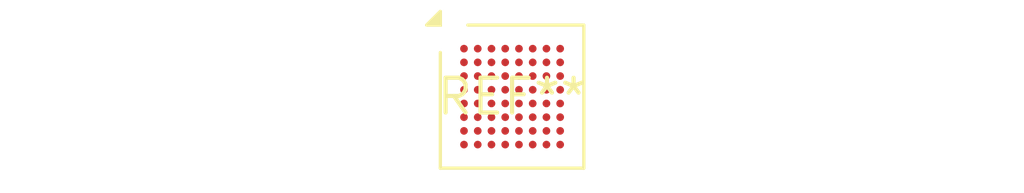
<source format=kicad_pcb>
(kicad_pcb (version 20240108) (generator pcbnew)
  (layers (0 "F.Cu" signal) (31 "B.Cu" signal) (34 "B.Paste" user) (35 "F.Paste" user) (36 "B.SilkS" user "B.Silkscreen") (37 "F.SilkS" user "F.Silkscreen") (38 "B.Mask" user) (39 "F.Mask" user) (44 "Edge.Cuts" user))
  (net 0 "")
  (footprint "UFBGA-64_5x5mm_Layout8x8_P0.5mm" (layer "F.Cu") (at 0 0)
    (property "Reference" "REF**")
    (property "Value" "UFBGA-64_5x5mm_Layout8x8_P0.5mm")
    (fp_line (start -2.61 2.61) (end -2.61 -1.61) (layer "F.SilkS") (stroke (width 0.12)))
    (fp_line (start -1.61 -2.61) (end 2.61 -2.61) (layer "F.SilkS") (stroke (width 0.12)))
    (fp_line (start 2.61 -2.61) (end 2.61 2.61) (layer "F.SilkS") (stroke (width 0.12)))
    (fp_line (start 2.61 2.61) (end -2.61 2.61) (layer "F.SilkS") (stroke (width 0.12)))
    (fp_poly (pts (xy -2.61 -2.61) (xy -3.11 -2.61) (xy -2.61 -3.11) (xy -2.61 -2.61)) (layer "F.SilkS") (stroke (width 0.12)) (fill solid))
    (pad "A1" smd circle (at -1.75 -1.75) (size 0.28 0.28) (property pad_prop_bga) (layers "F.Cu" "F.Paste" "F.Mask"))
    (pad "A2" smd circle (at -1.25 -1.75) (size 0.28 0.28) (property pad_prop_bga) (layers "F.Cu" "F.Paste" "F.Mask"))
    (pad "A3" smd circle (at -0.75 -1.75) (size 0.28 0.28) (property pad_prop_bga) (layers "F.Cu" "F.Paste" "F.Mask"))
    (pad "A4" smd circle (at -0.25 -1.75) (size 0.28 0.28) (property pad_prop_bga) (layers "F.Cu" "F.Paste" "F.Mask"))
    (pad "A5" smd circle (at 0.25 -1.75) (size 0.28 0.28) (property pad_prop_bga) (layers "F.Cu" "F.Paste" "F.Mask"))
    (pad "A6" smd circle (at 0.75 -1.75) (size 0.28 0.28) (property pad_prop_bga) (layers "F.Cu" "F.Paste" "F.Mask"))
    (pad "A7" smd circle (at 1.25 -1.75) (size 0.28 0.28) (property pad_prop_bga) (layers "F.Cu" "F.Paste" "F.Mask"))
    (pad "A8" smd circle (at 1.75 -1.75) (size 0.28 0.28) (property pad_prop_bga) (layers "F.Cu" "F.Paste" "F.Mask"))
    (pad "B1" smd circle (at -1.75 -1.25) (size 0.28 0.28) (property pad_prop_bga) (layers "F.Cu" "F.Paste" "F.Mask"))
    (pad "B2" smd circle (at -1.25 -1.25) (size 0.28 0.28) (property pad_prop_bga) (layers "F.Cu" "F.Paste" "F.Mask"))
    (pad "B3" smd circle (at -0.75 -1.25) (size 0.28 0.28) (property pad_prop_bga) (layers "F.Cu" "F.Paste" "F.Mask"))
    (pad "B4" smd circle (at -0.25 -1.25) (size 0.28 0.28) (property pad_prop_bga) (layers "F.Cu" "F.Paste" "F.Mask"))
    (pad "B5" smd circle (at 0.25 -1.25) (size 0.28 0.28) (property pad_prop_bga) (layers "F.Cu" "F.Paste" "F.Mask"))
    (pad "B6" smd circle (at 0.75 -1.25) (size 0.28 0.28) (property pad_prop_bga) (layers "F.Cu" "F.Paste" "F.Mask"))
    (pad "B7" smd circle (at 1.25 -1.25) (size 0.28 0.28) (property pad_prop_bga) (layers "F.Cu" "F.Paste" "F.Mask"))
    (pad "B8" smd circle (at 1.75 -1.25) (size 0.28 0.28) (property pad_prop_bga) (layers "F.Cu" "F.Paste" "F.Mask"))
    (pad "C1" smd circle (at -1.75 -0.75) (size 0.28 0.28) (property pad_prop_bga) (layers "F.Cu" "F.Paste" "F.Mask"))
    (pad "C2" smd circle (at -1.25 -0.75) (size 0.28 0.28) (property pad_prop_bga) (layers "F.Cu" "F.Paste" "F.Mask"))
    (pad "C3" smd circle (at -0.75 -0.75) (size 0.28 0.28) (property pad_prop_bga) (layers "F.Cu" "F.Paste" "F.Mask"))
    (pad "C4" smd circle (at -0.25 -0.75) (size 0.28 0.28) (property pad_prop_bga) (layers "F.Cu" "F.Paste" "F.Mask"))
    (pad "C5" smd circle (at 0.25 -0.75) (size 0.28 0.28) (property pad_prop_bga) (layers "F.Cu" "F.Paste" "F.Mask"))
    (pad "C6" smd circle (at 0.75 -0.75) (size 0.28 0.28) (property pad_prop_bga) (layers "F.Cu" "F.Paste" "F.Mask"))
    (pad "C7" smd circle (at 1.25 -0.75) (size 0.28 0.28) (property pad_prop_bga) (layers "F.Cu" "F.Paste" "F.Mask"))
    (pad "C8" smd circle (at 1.75 -0.75) (size 0.28 0.28) (property pad_prop_bga) (layers "F.Cu" "F.Paste" "F.Mask"))
    (pad "D1" smd circle (at -1.75 -0.25) (size 0.28 0.28) (property pad_prop_bga) (layers "F.Cu" "F.Paste" "F.Mask"))
    (pad "D2" smd circle (at -1.25 -0.25) (size 0.28 0.28) (property pad_prop_bga) (layers "F.Cu" "F.Paste" "F.Mask"))
    (pad "D3" smd circle (at -0.75 -0.25) (size 0.28 0.28) (property pad_prop_bga) (layers "F.Cu" "F.Paste" "F.Mask"))
    (pad "D4" smd circle (at -0.25 -0.25) (size 0.28 0.28) (property pad_prop_bga) (layers "F.Cu" "F.Paste" "F.Mask"))
    (pad "D5" smd circle (at 0.25 -0.25) (size 0.28 0.28) (property pad_prop_bga) (layers "F.Cu" "F.Paste" "F.Mask"))
    (pad "D6" smd circle (at 0.75 -0.25) (size 0.28 0.28) (property pad_prop_bga) (layers "F.Cu" "F.Paste" "F.Mask"))
    (pad "D7" smd circle (at 1.25 -0.25) (size 0.28 0.28) (property pad_prop_bga) (layers "F.Cu" "F.Paste" "F.Mask"))
    (pad "D8" smd circle (at 1.75 -0.25) (size 0.28 0.28) (property pad_prop_bga) (layers "F.Cu" "F.Paste" "F.Mask"))
    (pad "E1" smd circle (at -1.75 0.25) (size 0.28 0.28) (property pad_prop_bga) (layers "F.Cu" "F.Paste" "F.Mask"))
    (pad "E2" smd circle (at -1.25 0.25) (size 0.28 0.28) (property pad_prop_bga) (layers "F.Cu" "F.Paste" "F.Mask"))
    (pad "E3" smd circle (at -0.75 0.25) (size 0.28 0.28) (property pad_prop_bga) (layers "F.Cu" "F.Paste" "F.Mask"))
    (pad "E4" smd circle (at -0.25 0.25) (size 0.28 0.28) (property pad_prop_bga) (layers "F.Cu" "F.Paste" "F.Mask"))
    (pad "E5" smd circle (at 0.25 0.25) (size 0.28 0.28) (property pad_prop_bga) (layers "F.Cu" "F.Paste" "F.Mask"))
    (pad "E6" smd circle (at 0.75 0.25) (size 0.28 0.28) (property pad_prop_bga) (layers "F.Cu" "F.Paste" "F.Mask"))
    (pad "E7" smd circle (at 1.25 0.25) (size 0.28 0.28) (property pad_prop_bga) (layers "F.Cu" "F.Paste" "F.Mask"))
    (pad "E8" smd circle (at 1.75 0.25) (size 0.28 0.28) (property pad_prop_bga) (layers "F.Cu" "F.Paste" "F.Mask"))
    (pad "F1" smd circle (at -1.75 0.75) (size 0.28 0.28) (property pad_prop_bga) (layers "F.Cu" "F.Paste" "F.Mask"))
    (pad "F2" smd circle (at -1.25 0.75) (size 0.28 0.28) (property pad_prop_bga) (layers "F.Cu" "F.Paste" "F.Mask"))
    (pad "F3" smd circle (at -0.75 0.75) (size 0.28 0.28) (property pad_prop_bga) (layers "F.Cu" "F.Paste" "F.Mask"))
    (pad "F4" smd circle (at -0.25 0.75) (size 0.28 0.28) (property pad_prop_bga) (layers "F.Cu" "F.Paste" "F.Mask"))
    (pad "F5" smd circle (at 0.25 0.75) (size 0.28 0.28) (property pad_prop_bga) (layers "F.Cu" "F.Paste" "F.Mask"))
    (pad "F6" smd circle (at 0.75 0.75) (size 0.28 0.28) (property pad_prop_bga) (layers "F.Cu" "F.Paste" "F.Mask"))
    (pad "F7" smd circle (at 1.25 0.75) (size 0.28 0.28) (property pad_prop_bga) (layers "F.Cu" "F.Paste" "F.Mask"))
    (pad "F8" smd circle (at 1.75 0.75) (size 0.28 0.28) (property pad_prop_bga) (layers "F.Cu" "F.Paste" "F.Mask"))
    (pad "G1" smd circle (at -1.75 1.25) (size 0.28 0.28) (property pad_prop_bga) (layers "F.Cu" "F.Paste" "F.Mask"))
    (pad "G2" smd circle (at -1.25 1.25) (size 0.28 0.28) (property pad_prop_bga) (layers "F.Cu" "F.Paste" "F.Mask"))
    (pad "G3" smd circle (at -0.75 1.25) (size 0.28 0.28) (property pad_prop_bga) (layers "F.Cu" "F.Paste" "F.Mask"))
    (pad "G4" smd circle (at -0.25 1.25) (size 0.28 0.28) (property pad_prop_bga) (layers "F.Cu" "F.Paste" "F.Mask"))
    (pad "G5" smd circle (at 0.25 1.25) (size 0.28 0.28) (property pad_prop_bga) (layers "F.Cu" "F.Paste" "F.Mask"))
    (pad "G6" smd circle (at 0.75 1.25) (size 0.28 0.28) (property pad_prop_bga) (layers "F.Cu" "F.Paste" "F.Mask"))
    (pad "G7" smd circle (at 1.25 1.25) (size 0.28 0.28) (property pad_prop_bga) (layers "F.Cu" "F.Paste" "F.Mask"))
    (pad "G8" smd circle (at 1.75 1.25) (size 0.28 0.28) (property pad_prop_bga) (layers "F.Cu" "F.Paste" "F.Mask"))
    (pad "H1" smd circle (at -1.75 1.75) (size 0.28 0.28) (property pad_prop_bga) (layers "F.Cu" "F.Paste" "F.Mask"))
    (pad "H2" smd circle (at -1.25 1.75) (size 0.28 0.28) (property pad_prop_bga) (layers "F.Cu" "F.Paste" "F.Mask"))
    (pad "H3" smd circle (at -0.75 1.75) (size 0.28 0.28) (property pad_prop_bga) (layers "F.Cu" "F.Paste" "F.Mask"))
    (pad "H4" smd circle (at -0.25 1.75) (size 0.28 0.28) (property pad_prop_bga) (layers "F.Cu" "F.Paste" "F.Mask"))
    (pad "H5" smd circle (at 0.25 1.75) (size 0.28 0.28) (property pad_prop_bga) (layers "F.Cu" "F.Paste" "F.Mask"))
    (pad "H6" smd circle (at 0.75 1.75) (size 0.28 0.28) (property pad_prop_bga) (layers "F.Cu" "F.Paste" "F.Mask"))
    (pad "H7" smd circle (at 1.25 1.75) (size 0.28 0.28) (property pad_prop_bga) (layers "F.Cu" "F.Paste" "F.Mask"))
    (pad "H8" smd circle (at 1.75 1.75) (size 0.28 0.28) (property pad_prop_bga) (layers "F.Cu" "F.Paste" "F.Mask"))
  )
)
</source>
